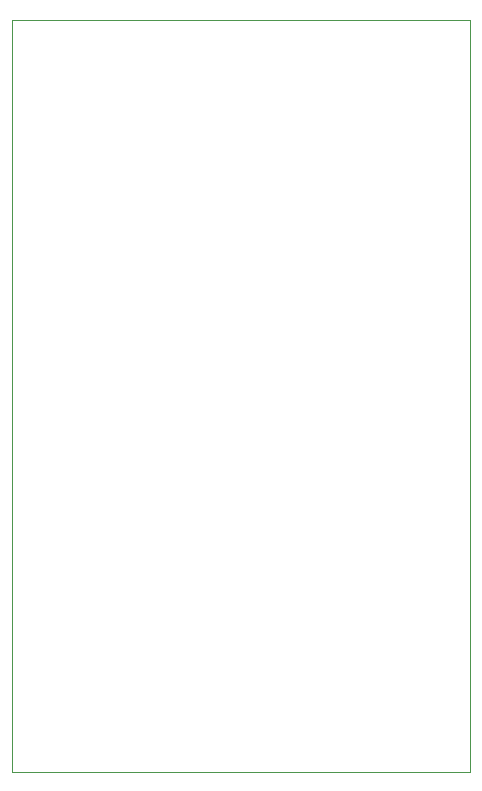
<source format=gm1>
G04 #@! TF.GenerationSoftware,KiCad,Pcbnew,(6.0.6)*
G04 #@! TF.CreationDate,2022-08-29T16:25:24+02:00*
G04 #@! TF.ProjectId,optic-transceiver-board-2t6r,6f707469-632d-4747-9261-6e7363656976,rev?*
G04 #@! TF.SameCoordinates,Original*
G04 #@! TF.FileFunction,Profile,NP*
%FSLAX46Y46*%
G04 Gerber Fmt 4.6, Leading zero omitted, Abs format (unit mm)*
G04 Created by KiCad (PCBNEW (6.0.6)) date 2022-08-29 16:25:24*
%MOMM*%
%LPD*%
G01*
G04 APERTURE LIST*
G04 #@! TA.AperFunction,Profile*
%ADD10C,0.100000*%
G04 #@! TD*
G04 APERTURE END LIST*
D10*
X121454000Y-43002200D02*
X82702400Y-43002200D01*
X82702400Y-43002200D02*
X82702400Y-106663400D01*
X82702400Y-106663400D02*
X121454000Y-106663400D01*
X121454000Y-106663400D02*
X121454000Y-43002200D01*
M02*

</source>
